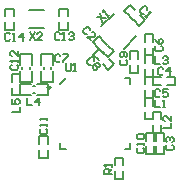
<source format=gto>
G04 Layer_Color=65535*
%FSLAX24Y24*%
%MOIN*%
G70*
G01*
G75*
%ADD23C,0.0060*%
%ADD30C,0.0098*%
%ADD31C,0.0079*%
%ADD32C,0.0050*%
D23*
X652Y-2174D02*
Y-1928D01*
Y-2174D02*
X948D01*
X652Y-1732D02*
Y-1486D01*
X948D01*
Y-2174D02*
Y-1928D01*
Y-1732D02*
Y-1486D01*
X1173Y3220D02*
X1270Y3123D01*
X212Y2900D02*
X630Y3318D01*
X311Y2370D02*
X414Y2267D01*
X950Y2162D02*
X1365Y2577D01*
X-1577Y603D02*
Y997D01*
X-2503Y603D02*
Y997D01*
X-1942Y603D02*
X-1577D01*
X-2503D02*
X-2138D01*
X-1942Y997D02*
X-1577D01*
X-2503D02*
X-2138D01*
X-2502Y1058D02*
Y1314D01*
Y606D02*
Y862D01*
X-2778Y1058D02*
Y1314D01*
Y606D02*
Y862D01*
Y606D02*
X-2502D01*
X-2778Y1314D02*
X-2502D01*
X-2103Y1608D02*
Y1973D01*
Y1047D02*
Y1412D01*
X-2497Y1608D02*
Y1973D01*
Y1047D02*
Y1412D01*
Y1047D02*
X-2103D01*
X-2497Y1973D02*
X-2103D01*
X-2988Y2786D02*
X-2712D01*
X-2988Y3494D02*
X-2712D01*
Y3238D02*
Y3494D01*
Y2786D02*
Y3042D01*
X-2988Y3238D02*
Y3494D01*
Y2786D02*
Y3042D01*
X1473Y2922D02*
X1668Y3117D01*
X972Y3423D02*
X1167Y3618D01*
X1348Y3437D01*
X1487Y3298D02*
X1668Y3117D01*
X972Y3423D02*
X1153Y3242D01*
X1292Y3103D02*
X1473Y2922D01*
X-78Y2373D02*
X117Y2568D01*
X423Y1872D02*
X618Y2067D01*
X242Y2053D02*
X423Y1872D01*
X-78Y2373D02*
X103Y2192D01*
X437Y2248D02*
X618Y2067D01*
X117Y2568D02*
X298Y2387D01*
X2032Y-1354D02*
X2308D01*
X2032Y-646D02*
X2308D01*
Y-902D02*
Y-646D01*
Y-1354D02*
Y-1098D01*
X2032Y-902D02*
Y-646D01*
Y-1354D02*
Y-1098D01*
X2654Y952D02*
Y1228D01*
X1946Y952D02*
Y1228D01*
X2202D01*
X2398D02*
X2654D01*
X1946Y952D02*
X2202D01*
X2398D02*
X2654D01*
X1652Y1224D02*
X1928D01*
X1652Y516D02*
X1928D01*
X1652D02*
Y772D01*
Y968D02*
Y1224D01*
X1928Y516D02*
Y772D01*
Y968D02*
Y1224D01*
X1652Y2644D02*
X1928D01*
X1652Y1936D02*
X1928D01*
X1652D02*
Y2192D01*
Y2388D02*
Y2644D01*
X1928Y1936D02*
Y2192D01*
Y2388D02*
Y2644D01*
X-1393Y1608D02*
Y1973D01*
Y1047D02*
Y1412D01*
X-1787Y1608D02*
Y1973D01*
Y1047D02*
Y1412D01*
Y1047D02*
X-1393D01*
X-1787Y1973D02*
X-1393D01*
X-58Y1953D02*
X137Y2148D01*
X443Y1452D02*
X638Y1647D01*
X262Y1633D02*
X443Y1452D01*
X-58Y1953D02*
X123Y1772D01*
X457Y1828D02*
X638Y1647D01*
X137Y2148D02*
X318Y1967D01*
X1152Y2074D02*
X1428D01*
X1152Y1366D02*
X1428D01*
X1152D02*
Y1622D01*
Y1818D02*
Y2074D01*
X1428Y1366D02*
Y1622D01*
Y1818D02*
Y2074D01*
X1702Y-1354D02*
X1978D01*
X1702Y-646D02*
X1978D01*
Y-902D02*
Y-646D01*
Y-1354D02*
Y-1098D01*
X1702Y-902D02*
Y-646D01*
Y-1354D02*
Y-1098D01*
X-1858Y-1474D02*
X-1582D01*
X-1858Y-766D02*
X-1582D01*
Y-1022D02*
Y-766D01*
Y-1474D02*
Y-1218D01*
X-1858Y-1022D02*
Y-766D01*
Y-1474D02*
Y-1218D01*
X-1188Y2786D02*
X-912D01*
X-1188Y3494D02*
X-912D01*
Y3238D02*
Y3494D01*
Y2786D02*
Y3042D01*
X-1188Y3238D02*
Y3494D01*
Y2786D02*
Y3042D01*
X1928Y258D02*
Y514D01*
Y-194D02*
Y62D01*
X1652Y258D02*
Y514D01*
Y-194D02*
Y62D01*
Y-194D02*
X1928D01*
X1652Y514D02*
X1928D01*
X2208Y-192D02*
Y64D01*
Y-644D02*
Y-388D01*
X1932Y-192D02*
Y64D01*
Y-644D02*
Y-388D01*
Y-644D02*
X2208D01*
X1932Y64D02*
X2208D01*
X1928Y1678D02*
Y1934D01*
Y1226D02*
Y1482D01*
X1652Y1678D02*
Y1934D01*
Y1226D02*
Y1482D01*
Y1226D02*
X1928D01*
X1652Y1934D02*
X1928D01*
D30*
X-1486Y866D02*
G03*
X-1486Y866I-49J0D01*
G01*
D31*
X-1181Y984D02*
X-984Y1181D01*
X984D02*
X1181D01*
Y984D02*
Y1181D01*
Y-1181D02*
Y-984D01*
X984Y-1181D02*
X1181D01*
X-1181D02*
X-984D01*
X-1181D02*
Y-984D01*
X-2079Y682D02*
X-2001D01*
X-2079Y918D02*
X-2001D01*
X-2182Y1471D02*
Y1549D01*
X-2418Y1471D02*
Y1549D01*
X-2186Y2845D02*
X-1714D01*
X-2186Y3435D02*
X-1714D01*
X-1472Y1471D02*
Y1549D01*
X-1708Y1471D02*
Y1549D01*
D32*
X560Y-2020D02*
X310D01*
Y-1895D01*
X352Y-1853D01*
X435D01*
X477Y-1895D01*
Y-2020D01*
Y-1937D02*
X560Y-1853D01*
Y-1770D02*
Y-1687D01*
Y-1728D01*
X310D01*
X352Y-1770D01*
X-970Y1670D02*
Y1462D01*
X-928Y1420D01*
X-845D01*
X-803Y1462D01*
Y1670D01*
X-720Y1420D02*
X-637D01*
X-678D01*
Y1670D01*
X-720Y1628D01*
X63Y3227D02*
X358Y3168D01*
X181Y3345D02*
X240Y3050D01*
X417Y3227D02*
X476Y3286D01*
X446Y3256D01*
X269Y3433D01*
Y3374D01*
X-2252Y520D02*
Y270D01*
X-2085D01*
X-1877D02*
Y520D01*
X-2002Y395D01*
X-1836D01*
X-2762Y50D02*
X-2512D01*
Y217D01*
X-2762Y467D02*
Y300D01*
X-2637D01*
X-2679Y383D01*
Y425D01*
X-2637Y467D01*
X-2554D01*
X-2512Y425D01*
Y342D01*
X-2554Y300D01*
X-2778Y1627D02*
X-2820Y1585D01*
Y1502D01*
X-2778Y1460D01*
X-2612D01*
X-2570Y1502D01*
Y1585D01*
X-2612Y1627D01*
X-2570Y1710D02*
Y1793D01*
Y1752D01*
X-2820D01*
X-2778Y1710D01*
X-2570Y2085D02*
Y1918D01*
X-2737Y2085D01*
X-2778D01*
X-2820Y2043D01*
Y1960D01*
X-2778Y1918D01*
X-2833Y2638D02*
X-2875Y2680D01*
X-2958D01*
X-3000Y2638D01*
Y2472D01*
X-2958Y2430D01*
X-2875D01*
X-2833Y2472D01*
X-2750Y2430D02*
X-2667D01*
X-2708D01*
Y2680D01*
X-2750Y2638D01*
X-2417Y2430D02*
Y2680D01*
X-2542Y2555D01*
X-2375D01*
X-2170Y2700D02*
X-2003Y2450D01*
Y2700D02*
X-2170Y2450D01*
X-1753D02*
X-1920D01*
X-1753Y2617D01*
Y2658D01*
X-1795Y2700D01*
X-1878D01*
X-1920Y2658D01*
X-1173D02*
X-1215Y2700D01*
X-1298D01*
X-1340Y2658D01*
Y2492D01*
X-1298Y2450D01*
X-1215D01*
X-1173Y2492D01*
X-1090Y2450D02*
X-1007D01*
X-1048D01*
Y2700D01*
X-1090Y2658D01*
X-882D02*
X-840Y2700D01*
X-757D01*
X-715Y2658D01*
Y2617D01*
X-757Y2575D01*
X-799D01*
X-757D01*
X-715Y2533D01*
Y2492D01*
X-757Y2450D01*
X-840D01*
X-882Y2492D01*
X1432Y-1143D02*
X1390Y-1185D01*
Y-1268D01*
X1432Y-1310D01*
X1598D01*
X1640Y-1268D01*
Y-1185D01*
X1598Y-1143D01*
X1640Y-1060D02*
Y-977D01*
Y-1018D01*
X1390D01*
X1432Y-1060D01*
Y-852D02*
X1390Y-810D01*
Y-727D01*
X1432Y-685D01*
X1598D01*
X1640Y-727D01*
Y-810D01*
X1598Y-852D01*
X1432D01*
X1745Y3449D02*
Y3508D01*
X1686Y3567D01*
X1627D01*
X1509Y3449D01*
Y3391D01*
X1568Y3332D01*
X1627D01*
X1657Y3243D02*
X1716Y3184D01*
X1686Y3214D01*
X1863Y3391D01*
X1804D01*
X-1800Y-513D02*
X-1842Y-555D01*
Y-638D01*
X-1800Y-680D01*
X-1634D01*
X-1592Y-638D01*
Y-555D01*
X-1634Y-513D01*
X-1592Y-430D02*
Y-347D01*
Y-388D01*
X-1842D01*
X-1800Y-430D01*
X-1592Y-222D02*
Y-139D01*
Y-180D01*
X-1842D01*
X-1800Y-222D01*
X-25Y1749D02*
Y1808D01*
X-84Y1867D01*
X-143D01*
X-261Y1749D01*
Y1691D01*
X-202Y1632D01*
X-143D01*
X34Y1691D02*
X93D01*
X152Y1632D01*
Y1573D01*
X122Y1543D01*
X63D01*
X63Y1484D01*
X34Y1455D01*
X-25D01*
X-84Y1514D01*
Y1573D01*
X-54Y1602D01*
X5Y1602D01*
Y1661D01*
X34Y1691D01*
X5Y1602D02*
X63Y1543D01*
X-1153Y1928D02*
X-1195Y1970D01*
X-1278D01*
X-1320Y1928D01*
Y1762D01*
X-1278Y1720D01*
X-1195D01*
X-1153Y1762D01*
X-1070Y1970D02*
X-903D01*
Y1928D01*
X-1070Y1762D01*
Y1720D01*
X872Y1787D02*
X830Y1745D01*
Y1662D01*
X872Y1620D01*
X1038D01*
X1080Y1662D01*
Y1745D01*
X1038Y1787D01*
Y1870D02*
X1080Y1912D01*
Y1995D01*
X1038Y2037D01*
X872D01*
X830Y1995D01*
Y1912D01*
X872Y1870D01*
X913D01*
X955Y1912D01*
Y2037D01*
X-165Y2769D02*
Y2828D01*
X-224Y2887D01*
X-283D01*
X-401Y2769D01*
Y2711D01*
X-342Y2652D01*
X-283D01*
X-135Y2445D02*
X-253Y2563D01*
X-18D01*
X12Y2593D01*
Y2652D01*
X-47Y2711D01*
X-106D01*
X2000Y1900D02*
Y1650D01*
X2167D01*
X2250Y1858D02*
X2292Y1900D01*
X2375D01*
X2417Y1858D01*
Y1817D01*
X2375Y1775D01*
X2333D01*
X2375D01*
X2417Y1733D01*
Y1692D01*
X2375Y1650D01*
X2292D01*
X2250Y1692D01*
X2280Y-500D02*
X2530D01*
Y-333D01*
Y-83D02*
Y-250D01*
X2363Y-83D01*
X2322D01*
X2280Y-125D01*
Y-208D01*
X2322Y-250D01*
X2000Y450D02*
Y200D01*
X2167D01*
X2250D02*
X2333D01*
X2292D01*
Y450D01*
X2250Y408D01*
X2042Y2247D02*
X2000Y2205D01*
Y2122D01*
X2042Y2080D01*
X2208D01*
X2250Y2122D01*
Y2205D01*
X2208Y2247D01*
X2000Y2497D02*
X2042Y2413D01*
X2125Y2330D01*
X2208D01*
X2250Y2372D01*
Y2455D01*
X2208Y2497D01*
X2167D01*
X2125Y2455D01*
Y2330D01*
X2167Y758D02*
X2125Y800D01*
X2042D01*
X2000Y758D01*
Y592D01*
X2042Y550D01*
X2125D01*
X2167Y592D01*
X2417Y800D02*
X2250D01*
Y675D01*
X2333Y717D01*
X2375D01*
X2417Y675D01*
Y592D01*
X2375Y550D01*
X2292D01*
X2250Y592D01*
X2412Y-1043D02*
X2370Y-1085D01*
Y-1168D01*
X2412Y-1210D01*
X2578D01*
X2620Y-1168D01*
Y-1085D01*
X2578Y-1043D01*
X2412Y-960D02*
X2370Y-918D01*
Y-835D01*
X2412Y-793D01*
X2453D01*
X2495Y-835D01*
Y-877D01*
Y-835D01*
X2537Y-793D01*
X2578D01*
X2620Y-835D01*
Y-918D01*
X2578Y-960D01*
X2277Y1498D02*
X2235Y1540D01*
X2152D01*
X2110Y1498D01*
Y1332D01*
X2152Y1290D01*
X2235D01*
X2277Y1332D01*
X2485Y1290D02*
Y1540D01*
X2360Y1415D01*
X2527D01*
M02*

</source>
